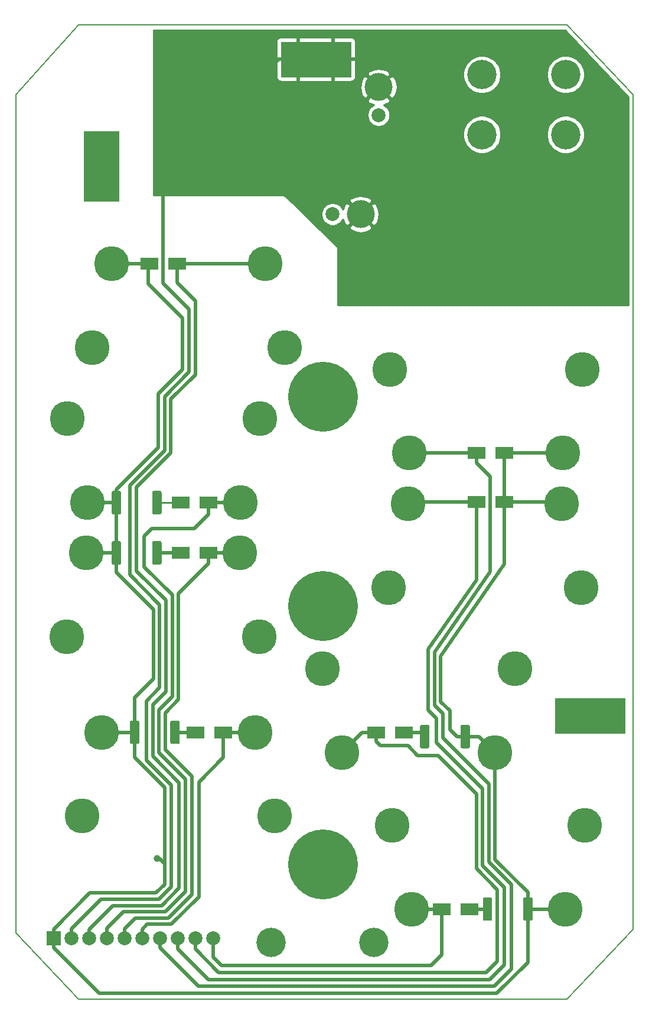
<source format=gbr>
G04 #@! TF.GenerationSoftware,KiCad,Pcbnew,(5.1.0)-1*
G04 #@! TF.CreationDate,2019-05-23T14:19:01+02:00*
G04 #@! TF.ProjectId,relay_card,72656c61-795f-4636-9172-642e6b696361,rev?*
G04 #@! TF.SameCoordinates,Original*
G04 #@! TF.FileFunction,Copper,L2,Bot*
G04 #@! TF.FilePolarity,Positive*
%FSLAX46Y46*%
G04 Gerber Fmt 4.6, Leading zero omitted, Abs format (unit mm)*
G04 Created by KiCad (PCBNEW (5.1.0)-1) date 2019-05-23 14:19:01*
%MOMM*%
%LPD*%
G04 APERTURE LIST*
%ADD10C,0.150000*%
%ADD11C,0.100000*%
%ADD12C,5.000000*%
%ADD13C,4.200000*%
%ADD14C,2.000000*%
%ADD15R,2.000000X2.000000*%
%ADD16C,1.350000*%
%ADD17C,4.000000*%
%ADD18C,10.000000*%
%ADD19R,2.500000X1.800000*%
%ADD20C,1.000000*%
%ADD21C,0.500000*%
%ADD22C,0.250000*%
%ADD23C,0.254000*%
G04 APERTURE END LIST*
D10*
X160000000Y-29900000D02*
X169500000Y-39900000D01*
X90000000Y-169400000D02*
X81000000Y-159900000D01*
X160000000Y-169400000D02*
X169500000Y-159400000D01*
X90000000Y-29900000D02*
X81000000Y-39900000D01*
X160000000Y-29900000D02*
X90000000Y-29900000D01*
X169500000Y-159400000D02*
X169500000Y-39900000D01*
X90000000Y-169400000D02*
X160000000Y-169400000D01*
X81000000Y-39900000D02*
X81000000Y-159900000D01*
D11*
G36*
X129000000Y-32300000D02*
G01*
X119000000Y-32300000D01*
X119000000Y-37300000D01*
X129000000Y-37300000D01*
X129000000Y-32300000D01*
G37*
X129000000Y-32300000D02*
X119000000Y-32300000D01*
X119000000Y-37300000D01*
X129000000Y-37300000D01*
X129000000Y-32300000D01*
G36*
X90700000Y-45100000D02*
G01*
X90700000Y-55100000D01*
X95700000Y-55100000D01*
X95700000Y-45100000D01*
X90700000Y-45100000D01*
G37*
X90700000Y-45100000D02*
X90700000Y-55100000D01*
X95700000Y-55100000D01*
X95700000Y-45100000D01*
X90700000Y-45100000D01*
G36*
X168300000Y-126300000D02*
G01*
X158300000Y-126300000D01*
X158300000Y-131300000D01*
X168300000Y-131300000D01*
X168300000Y-126300000D01*
G37*
X168300000Y-126300000D02*
X158300000Y-126300000D01*
X158300000Y-131300000D01*
X168300000Y-131300000D01*
X168300000Y-126300000D01*
D12*
X134900000Y-144500000D03*
X162500000Y-144500000D03*
X159700000Y-156500000D03*
X137700000Y-156500000D03*
X118100000Y-143200000D03*
X90500000Y-143200000D03*
X93300000Y-131200000D03*
X115300000Y-131200000D03*
X119500000Y-76100000D03*
X91900000Y-76100000D03*
X94700000Y-64100000D03*
X116700000Y-64100000D03*
X124900000Y-122100000D03*
X152500000Y-122100000D03*
X149700000Y-134100000D03*
X127700000Y-134100000D03*
X115900000Y-117500000D03*
X88300000Y-117500000D03*
X91100000Y-105500000D03*
X113100000Y-105500000D03*
X88400000Y-86300000D03*
X116000000Y-86300000D03*
X113200000Y-98300000D03*
X91200000Y-98300000D03*
X162000000Y-110500000D03*
X134400000Y-110500000D03*
X137200000Y-98500000D03*
X159200000Y-98500000D03*
X134600000Y-79200000D03*
X162200000Y-79200000D03*
X159400000Y-91200000D03*
X137400000Y-91200000D03*
D13*
X132300000Y-161300000D03*
X117600000Y-161300000D03*
X147800000Y-37000000D03*
X159800000Y-45600000D03*
X147800000Y-45600000D03*
X159800000Y-37000000D03*
D14*
X109260000Y-160700000D03*
X106720000Y-160700000D03*
X104180000Y-160700000D03*
X101640000Y-160700000D03*
X99100000Y-160700000D03*
X96560000Y-160700000D03*
X94020000Y-160700000D03*
X91480000Y-160700000D03*
X88940000Y-160700000D03*
D15*
X86400000Y-160700000D03*
D11*
G36*
X101649505Y-96626204D02*
G01*
X101673773Y-96629804D01*
X101697572Y-96635765D01*
X101720671Y-96644030D01*
X101742850Y-96654520D01*
X101763893Y-96667132D01*
X101783599Y-96681747D01*
X101801777Y-96698223D01*
X101818253Y-96716401D01*
X101832868Y-96736107D01*
X101845480Y-96757150D01*
X101855970Y-96779329D01*
X101864235Y-96802428D01*
X101870196Y-96826227D01*
X101873796Y-96850495D01*
X101875000Y-96874999D01*
X101875000Y-99725001D01*
X101873796Y-99749505D01*
X101870196Y-99773773D01*
X101864235Y-99797572D01*
X101855970Y-99820671D01*
X101845480Y-99842850D01*
X101832868Y-99863893D01*
X101818253Y-99883599D01*
X101801777Y-99901777D01*
X101783599Y-99918253D01*
X101763893Y-99932868D01*
X101742850Y-99945480D01*
X101720671Y-99955970D01*
X101697572Y-99964235D01*
X101673773Y-99970196D01*
X101649505Y-99973796D01*
X101625001Y-99975000D01*
X100774999Y-99975000D01*
X100750495Y-99973796D01*
X100726227Y-99970196D01*
X100702428Y-99964235D01*
X100679329Y-99955970D01*
X100657150Y-99945480D01*
X100636107Y-99932868D01*
X100616401Y-99918253D01*
X100598223Y-99901777D01*
X100581747Y-99883599D01*
X100567132Y-99863893D01*
X100554520Y-99842850D01*
X100544030Y-99820671D01*
X100535765Y-99797572D01*
X100529804Y-99773773D01*
X100526204Y-99749505D01*
X100525000Y-99725001D01*
X100525000Y-96874999D01*
X100526204Y-96850495D01*
X100529804Y-96826227D01*
X100535765Y-96802428D01*
X100544030Y-96779329D01*
X100554520Y-96757150D01*
X100567132Y-96736107D01*
X100581747Y-96716401D01*
X100598223Y-96698223D01*
X100616401Y-96681747D01*
X100636107Y-96667132D01*
X100657150Y-96654520D01*
X100679329Y-96644030D01*
X100702428Y-96635765D01*
X100726227Y-96629804D01*
X100750495Y-96626204D01*
X100774999Y-96625000D01*
X101625001Y-96625000D01*
X101649505Y-96626204D01*
X101649505Y-96626204D01*
G37*
D16*
X101200000Y-98300000D03*
D11*
G36*
X95849505Y-96626204D02*
G01*
X95873773Y-96629804D01*
X95897572Y-96635765D01*
X95920671Y-96644030D01*
X95942850Y-96654520D01*
X95963893Y-96667132D01*
X95983599Y-96681747D01*
X96001777Y-96698223D01*
X96018253Y-96716401D01*
X96032868Y-96736107D01*
X96045480Y-96757150D01*
X96055970Y-96779329D01*
X96064235Y-96802428D01*
X96070196Y-96826227D01*
X96073796Y-96850495D01*
X96075000Y-96874999D01*
X96075000Y-99725001D01*
X96073796Y-99749505D01*
X96070196Y-99773773D01*
X96064235Y-99797572D01*
X96055970Y-99820671D01*
X96045480Y-99842850D01*
X96032868Y-99863893D01*
X96018253Y-99883599D01*
X96001777Y-99901777D01*
X95983599Y-99918253D01*
X95963893Y-99932868D01*
X95942850Y-99945480D01*
X95920671Y-99955970D01*
X95897572Y-99964235D01*
X95873773Y-99970196D01*
X95849505Y-99973796D01*
X95825001Y-99975000D01*
X94974999Y-99975000D01*
X94950495Y-99973796D01*
X94926227Y-99970196D01*
X94902428Y-99964235D01*
X94879329Y-99955970D01*
X94857150Y-99945480D01*
X94836107Y-99932868D01*
X94816401Y-99918253D01*
X94798223Y-99901777D01*
X94781747Y-99883599D01*
X94767132Y-99863893D01*
X94754520Y-99842850D01*
X94744030Y-99820671D01*
X94735765Y-99797572D01*
X94729804Y-99773773D01*
X94726204Y-99749505D01*
X94725000Y-99725001D01*
X94725000Y-96874999D01*
X94726204Y-96850495D01*
X94729804Y-96826227D01*
X94735765Y-96802428D01*
X94744030Y-96779329D01*
X94754520Y-96757150D01*
X94767132Y-96736107D01*
X94781747Y-96716401D01*
X94798223Y-96698223D01*
X94816401Y-96681747D01*
X94836107Y-96667132D01*
X94857150Y-96654520D01*
X94879329Y-96644030D01*
X94902428Y-96635765D01*
X94926227Y-96629804D01*
X94950495Y-96626204D01*
X94974999Y-96625000D01*
X95825001Y-96625000D01*
X95849505Y-96626204D01*
X95849505Y-96626204D01*
G37*
D16*
X95400000Y-98300000D03*
D17*
X121500000Y-34800000D03*
X126500000Y-34800000D03*
X93200000Y-52600000D03*
X93200000Y-47600000D03*
X160800000Y-128800000D03*
X165800000Y-128800000D03*
D18*
X125000000Y-150100000D03*
X125000000Y-113100000D03*
X125000000Y-83100000D03*
D11*
G36*
X104249505Y-129526204D02*
G01*
X104273773Y-129529804D01*
X104297572Y-129535765D01*
X104320671Y-129544030D01*
X104342850Y-129554520D01*
X104363893Y-129567132D01*
X104383599Y-129581747D01*
X104401777Y-129598223D01*
X104418253Y-129616401D01*
X104432868Y-129636107D01*
X104445480Y-129657150D01*
X104455970Y-129679329D01*
X104464235Y-129702428D01*
X104470196Y-129726227D01*
X104473796Y-129750495D01*
X104475000Y-129774999D01*
X104475000Y-132625001D01*
X104473796Y-132649505D01*
X104470196Y-132673773D01*
X104464235Y-132697572D01*
X104455970Y-132720671D01*
X104445480Y-132742850D01*
X104432868Y-132763893D01*
X104418253Y-132783599D01*
X104401777Y-132801777D01*
X104383599Y-132818253D01*
X104363893Y-132832868D01*
X104342850Y-132845480D01*
X104320671Y-132855970D01*
X104297572Y-132864235D01*
X104273773Y-132870196D01*
X104249505Y-132873796D01*
X104225001Y-132875000D01*
X103374999Y-132875000D01*
X103350495Y-132873796D01*
X103326227Y-132870196D01*
X103302428Y-132864235D01*
X103279329Y-132855970D01*
X103257150Y-132845480D01*
X103236107Y-132832868D01*
X103216401Y-132818253D01*
X103198223Y-132801777D01*
X103181747Y-132783599D01*
X103167132Y-132763893D01*
X103154520Y-132742850D01*
X103144030Y-132720671D01*
X103135765Y-132697572D01*
X103129804Y-132673773D01*
X103126204Y-132649505D01*
X103125000Y-132625001D01*
X103125000Y-129774999D01*
X103126204Y-129750495D01*
X103129804Y-129726227D01*
X103135765Y-129702428D01*
X103144030Y-129679329D01*
X103154520Y-129657150D01*
X103167132Y-129636107D01*
X103181747Y-129616401D01*
X103198223Y-129598223D01*
X103216401Y-129581747D01*
X103236107Y-129567132D01*
X103257150Y-129554520D01*
X103279329Y-129544030D01*
X103302428Y-129535765D01*
X103326227Y-129529804D01*
X103350495Y-129526204D01*
X103374999Y-129525000D01*
X104225001Y-129525000D01*
X104249505Y-129526204D01*
X104249505Y-129526204D01*
G37*
D16*
X103800000Y-131200000D03*
D11*
G36*
X98449505Y-129526204D02*
G01*
X98473773Y-129529804D01*
X98497572Y-129535765D01*
X98520671Y-129544030D01*
X98542850Y-129554520D01*
X98563893Y-129567132D01*
X98583599Y-129581747D01*
X98601777Y-129598223D01*
X98618253Y-129616401D01*
X98632868Y-129636107D01*
X98645480Y-129657150D01*
X98655970Y-129679329D01*
X98664235Y-129702428D01*
X98670196Y-129726227D01*
X98673796Y-129750495D01*
X98675000Y-129774999D01*
X98675000Y-132625001D01*
X98673796Y-132649505D01*
X98670196Y-132673773D01*
X98664235Y-132697572D01*
X98655970Y-132720671D01*
X98645480Y-132742850D01*
X98632868Y-132763893D01*
X98618253Y-132783599D01*
X98601777Y-132801777D01*
X98583599Y-132818253D01*
X98563893Y-132832868D01*
X98542850Y-132845480D01*
X98520671Y-132855970D01*
X98497572Y-132864235D01*
X98473773Y-132870196D01*
X98449505Y-132873796D01*
X98425001Y-132875000D01*
X97574999Y-132875000D01*
X97550495Y-132873796D01*
X97526227Y-132870196D01*
X97502428Y-132864235D01*
X97479329Y-132855970D01*
X97457150Y-132845480D01*
X97436107Y-132832868D01*
X97416401Y-132818253D01*
X97398223Y-132801777D01*
X97381747Y-132783599D01*
X97367132Y-132763893D01*
X97354520Y-132742850D01*
X97344030Y-132720671D01*
X97335765Y-132697572D01*
X97329804Y-132673773D01*
X97326204Y-132649505D01*
X97325000Y-132625001D01*
X97325000Y-129774999D01*
X97326204Y-129750495D01*
X97329804Y-129726227D01*
X97335765Y-129702428D01*
X97344030Y-129679329D01*
X97354520Y-129657150D01*
X97367132Y-129636107D01*
X97381747Y-129616401D01*
X97398223Y-129598223D01*
X97416401Y-129581747D01*
X97436107Y-129567132D01*
X97457150Y-129554520D01*
X97479329Y-129544030D01*
X97502428Y-129535765D01*
X97526227Y-129529804D01*
X97550495Y-129526204D01*
X97574999Y-129525000D01*
X98425001Y-129525000D01*
X98449505Y-129526204D01*
X98449505Y-129526204D01*
G37*
D16*
X98000000Y-131200000D03*
D11*
G36*
X101649505Y-103826204D02*
G01*
X101673773Y-103829804D01*
X101697572Y-103835765D01*
X101720671Y-103844030D01*
X101742850Y-103854520D01*
X101763893Y-103867132D01*
X101783599Y-103881747D01*
X101801777Y-103898223D01*
X101818253Y-103916401D01*
X101832868Y-103936107D01*
X101845480Y-103957150D01*
X101855970Y-103979329D01*
X101864235Y-104002428D01*
X101870196Y-104026227D01*
X101873796Y-104050495D01*
X101875000Y-104074999D01*
X101875000Y-106925001D01*
X101873796Y-106949505D01*
X101870196Y-106973773D01*
X101864235Y-106997572D01*
X101855970Y-107020671D01*
X101845480Y-107042850D01*
X101832868Y-107063893D01*
X101818253Y-107083599D01*
X101801777Y-107101777D01*
X101783599Y-107118253D01*
X101763893Y-107132868D01*
X101742850Y-107145480D01*
X101720671Y-107155970D01*
X101697572Y-107164235D01*
X101673773Y-107170196D01*
X101649505Y-107173796D01*
X101625001Y-107175000D01*
X100774999Y-107175000D01*
X100750495Y-107173796D01*
X100726227Y-107170196D01*
X100702428Y-107164235D01*
X100679329Y-107155970D01*
X100657150Y-107145480D01*
X100636107Y-107132868D01*
X100616401Y-107118253D01*
X100598223Y-107101777D01*
X100581747Y-107083599D01*
X100567132Y-107063893D01*
X100554520Y-107042850D01*
X100544030Y-107020671D01*
X100535765Y-106997572D01*
X100529804Y-106973773D01*
X100526204Y-106949505D01*
X100525000Y-106925001D01*
X100525000Y-104074999D01*
X100526204Y-104050495D01*
X100529804Y-104026227D01*
X100535765Y-104002428D01*
X100544030Y-103979329D01*
X100554520Y-103957150D01*
X100567132Y-103936107D01*
X100581747Y-103916401D01*
X100598223Y-103898223D01*
X100616401Y-103881747D01*
X100636107Y-103867132D01*
X100657150Y-103854520D01*
X100679329Y-103844030D01*
X100702428Y-103835765D01*
X100726227Y-103829804D01*
X100750495Y-103826204D01*
X100774999Y-103825000D01*
X101625001Y-103825000D01*
X101649505Y-103826204D01*
X101649505Y-103826204D01*
G37*
D16*
X101200000Y-105500000D03*
D11*
G36*
X95849505Y-103826204D02*
G01*
X95873773Y-103829804D01*
X95897572Y-103835765D01*
X95920671Y-103844030D01*
X95942850Y-103854520D01*
X95963893Y-103867132D01*
X95983599Y-103881747D01*
X96001777Y-103898223D01*
X96018253Y-103916401D01*
X96032868Y-103936107D01*
X96045480Y-103957150D01*
X96055970Y-103979329D01*
X96064235Y-104002428D01*
X96070196Y-104026227D01*
X96073796Y-104050495D01*
X96075000Y-104074999D01*
X96075000Y-106925001D01*
X96073796Y-106949505D01*
X96070196Y-106973773D01*
X96064235Y-106997572D01*
X96055970Y-107020671D01*
X96045480Y-107042850D01*
X96032868Y-107063893D01*
X96018253Y-107083599D01*
X96001777Y-107101777D01*
X95983599Y-107118253D01*
X95963893Y-107132868D01*
X95942850Y-107145480D01*
X95920671Y-107155970D01*
X95897572Y-107164235D01*
X95873773Y-107170196D01*
X95849505Y-107173796D01*
X95825001Y-107175000D01*
X94974999Y-107175000D01*
X94950495Y-107173796D01*
X94926227Y-107170196D01*
X94902428Y-107164235D01*
X94879329Y-107155970D01*
X94857150Y-107145480D01*
X94836107Y-107132868D01*
X94816401Y-107118253D01*
X94798223Y-107101777D01*
X94781747Y-107083599D01*
X94767132Y-107063893D01*
X94754520Y-107042850D01*
X94744030Y-107020671D01*
X94735765Y-106997572D01*
X94729804Y-106973773D01*
X94726204Y-106949505D01*
X94725000Y-106925001D01*
X94725000Y-104074999D01*
X94726204Y-104050495D01*
X94729804Y-104026227D01*
X94735765Y-104002428D01*
X94744030Y-103979329D01*
X94754520Y-103957150D01*
X94767132Y-103936107D01*
X94781747Y-103916401D01*
X94798223Y-103898223D01*
X94816401Y-103881747D01*
X94836107Y-103867132D01*
X94857150Y-103854520D01*
X94879329Y-103844030D01*
X94902428Y-103835765D01*
X94926227Y-103829804D01*
X94950495Y-103826204D01*
X94974999Y-103825000D01*
X95825001Y-103825000D01*
X95849505Y-103826204D01*
X95849505Y-103826204D01*
G37*
D16*
X95400000Y-105500000D03*
D11*
G36*
X149049505Y-154826204D02*
G01*
X149073773Y-154829804D01*
X149097572Y-154835765D01*
X149120671Y-154844030D01*
X149142850Y-154854520D01*
X149163893Y-154867132D01*
X149183599Y-154881747D01*
X149201777Y-154898223D01*
X149218253Y-154916401D01*
X149232868Y-154936107D01*
X149245480Y-154957150D01*
X149255970Y-154979329D01*
X149264235Y-155002428D01*
X149270196Y-155026227D01*
X149273796Y-155050495D01*
X149275000Y-155074999D01*
X149275000Y-157925001D01*
X149273796Y-157949505D01*
X149270196Y-157973773D01*
X149264235Y-157997572D01*
X149255970Y-158020671D01*
X149245480Y-158042850D01*
X149232868Y-158063893D01*
X149218253Y-158083599D01*
X149201777Y-158101777D01*
X149183599Y-158118253D01*
X149163893Y-158132868D01*
X149142850Y-158145480D01*
X149120671Y-158155970D01*
X149097572Y-158164235D01*
X149073773Y-158170196D01*
X149049505Y-158173796D01*
X149025001Y-158175000D01*
X148174999Y-158175000D01*
X148150495Y-158173796D01*
X148126227Y-158170196D01*
X148102428Y-158164235D01*
X148079329Y-158155970D01*
X148057150Y-158145480D01*
X148036107Y-158132868D01*
X148016401Y-158118253D01*
X147998223Y-158101777D01*
X147981747Y-158083599D01*
X147967132Y-158063893D01*
X147954520Y-158042850D01*
X147944030Y-158020671D01*
X147935765Y-157997572D01*
X147929804Y-157973773D01*
X147926204Y-157949505D01*
X147925000Y-157925001D01*
X147925000Y-155074999D01*
X147926204Y-155050495D01*
X147929804Y-155026227D01*
X147935765Y-155002428D01*
X147944030Y-154979329D01*
X147954520Y-154957150D01*
X147967132Y-154936107D01*
X147981747Y-154916401D01*
X147998223Y-154898223D01*
X148016401Y-154881747D01*
X148036107Y-154867132D01*
X148057150Y-154854520D01*
X148079329Y-154844030D01*
X148102428Y-154835765D01*
X148126227Y-154829804D01*
X148150495Y-154826204D01*
X148174999Y-154825000D01*
X149025001Y-154825000D01*
X149049505Y-154826204D01*
X149049505Y-154826204D01*
G37*
D16*
X148600000Y-156500000D03*
D11*
G36*
X154849505Y-154826204D02*
G01*
X154873773Y-154829804D01*
X154897572Y-154835765D01*
X154920671Y-154844030D01*
X154942850Y-154854520D01*
X154963893Y-154867132D01*
X154983599Y-154881747D01*
X155001777Y-154898223D01*
X155018253Y-154916401D01*
X155032868Y-154936107D01*
X155045480Y-154957150D01*
X155055970Y-154979329D01*
X155064235Y-155002428D01*
X155070196Y-155026227D01*
X155073796Y-155050495D01*
X155075000Y-155074999D01*
X155075000Y-157925001D01*
X155073796Y-157949505D01*
X155070196Y-157973773D01*
X155064235Y-157997572D01*
X155055970Y-158020671D01*
X155045480Y-158042850D01*
X155032868Y-158063893D01*
X155018253Y-158083599D01*
X155001777Y-158101777D01*
X154983599Y-158118253D01*
X154963893Y-158132868D01*
X154942850Y-158145480D01*
X154920671Y-158155970D01*
X154897572Y-158164235D01*
X154873773Y-158170196D01*
X154849505Y-158173796D01*
X154825001Y-158175000D01*
X153974999Y-158175000D01*
X153950495Y-158173796D01*
X153926227Y-158170196D01*
X153902428Y-158164235D01*
X153879329Y-158155970D01*
X153857150Y-158145480D01*
X153836107Y-158132868D01*
X153816401Y-158118253D01*
X153798223Y-158101777D01*
X153781747Y-158083599D01*
X153767132Y-158063893D01*
X153754520Y-158042850D01*
X153744030Y-158020671D01*
X153735765Y-157997572D01*
X153729804Y-157973773D01*
X153726204Y-157949505D01*
X153725000Y-157925001D01*
X153725000Y-155074999D01*
X153726204Y-155050495D01*
X153729804Y-155026227D01*
X153735765Y-155002428D01*
X153744030Y-154979329D01*
X153754520Y-154957150D01*
X153767132Y-154936107D01*
X153781747Y-154916401D01*
X153798223Y-154898223D01*
X153816401Y-154881747D01*
X153836107Y-154867132D01*
X153857150Y-154854520D01*
X153879329Y-154844030D01*
X153902428Y-154835765D01*
X153926227Y-154829804D01*
X153950495Y-154826204D01*
X153974999Y-154825000D01*
X154825001Y-154825000D01*
X154849505Y-154826204D01*
X154849505Y-154826204D01*
G37*
D16*
X154400000Y-156500000D03*
D11*
G36*
X140049505Y-130126204D02*
G01*
X140073773Y-130129804D01*
X140097572Y-130135765D01*
X140120671Y-130144030D01*
X140142850Y-130154520D01*
X140163893Y-130167132D01*
X140183599Y-130181747D01*
X140201777Y-130198223D01*
X140218253Y-130216401D01*
X140232868Y-130236107D01*
X140245480Y-130257150D01*
X140255970Y-130279329D01*
X140264235Y-130302428D01*
X140270196Y-130326227D01*
X140273796Y-130350495D01*
X140275000Y-130374999D01*
X140275000Y-133225001D01*
X140273796Y-133249505D01*
X140270196Y-133273773D01*
X140264235Y-133297572D01*
X140255970Y-133320671D01*
X140245480Y-133342850D01*
X140232868Y-133363893D01*
X140218253Y-133383599D01*
X140201777Y-133401777D01*
X140183599Y-133418253D01*
X140163893Y-133432868D01*
X140142850Y-133445480D01*
X140120671Y-133455970D01*
X140097572Y-133464235D01*
X140073773Y-133470196D01*
X140049505Y-133473796D01*
X140025001Y-133475000D01*
X139174999Y-133475000D01*
X139150495Y-133473796D01*
X139126227Y-133470196D01*
X139102428Y-133464235D01*
X139079329Y-133455970D01*
X139057150Y-133445480D01*
X139036107Y-133432868D01*
X139016401Y-133418253D01*
X138998223Y-133401777D01*
X138981747Y-133383599D01*
X138967132Y-133363893D01*
X138954520Y-133342850D01*
X138944030Y-133320671D01*
X138935765Y-133297572D01*
X138929804Y-133273773D01*
X138926204Y-133249505D01*
X138925000Y-133225001D01*
X138925000Y-130374999D01*
X138926204Y-130350495D01*
X138929804Y-130326227D01*
X138935765Y-130302428D01*
X138944030Y-130279329D01*
X138954520Y-130257150D01*
X138967132Y-130236107D01*
X138981747Y-130216401D01*
X138998223Y-130198223D01*
X139016401Y-130181747D01*
X139036107Y-130167132D01*
X139057150Y-130154520D01*
X139079329Y-130144030D01*
X139102428Y-130135765D01*
X139126227Y-130129804D01*
X139150495Y-130126204D01*
X139174999Y-130125000D01*
X140025001Y-130125000D01*
X140049505Y-130126204D01*
X140049505Y-130126204D01*
G37*
D16*
X139600000Y-131800000D03*
D11*
G36*
X145849505Y-130126204D02*
G01*
X145873773Y-130129804D01*
X145897572Y-130135765D01*
X145920671Y-130144030D01*
X145942850Y-130154520D01*
X145963893Y-130167132D01*
X145983599Y-130181747D01*
X146001777Y-130198223D01*
X146018253Y-130216401D01*
X146032868Y-130236107D01*
X146045480Y-130257150D01*
X146055970Y-130279329D01*
X146064235Y-130302428D01*
X146070196Y-130326227D01*
X146073796Y-130350495D01*
X146075000Y-130374999D01*
X146075000Y-133225001D01*
X146073796Y-133249505D01*
X146070196Y-133273773D01*
X146064235Y-133297572D01*
X146055970Y-133320671D01*
X146045480Y-133342850D01*
X146032868Y-133363893D01*
X146018253Y-133383599D01*
X146001777Y-133401777D01*
X145983599Y-133418253D01*
X145963893Y-133432868D01*
X145942850Y-133445480D01*
X145920671Y-133455970D01*
X145897572Y-133464235D01*
X145873773Y-133470196D01*
X145849505Y-133473796D01*
X145825001Y-133475000D01*
X144974999Y-133475000D01*
X144950495Y-133473796D01*
X144926227Y-133470196D01*
X144902428Y-133464235D01*
X144879329Y-133455970D01*
X144857150Y-133445480D01*
X144836107Y-133432868D01*
X144816401Y-133418253D01*
X144798223Y-133401777D01*
X144781747Y-133383599D01*
X144767132Y-133363893D01*
X144754520Y-133342850D01*
X144744030Y-133320671D01*
X144735765Y-133297572D01*
X144729804Y-133273773D01*
X144726204Y-133249505D01*
X144725000Y-133225001D01*
X144725000Y-130374999D01*
X144726204Y-130350495D01*
X144729804Y-130326227D01*
X144735765Y-130302428D01*
X144744030Y-130279329D01*
X144754520Y-130257150D01*
X144767132Y-130236107D01*
X144781747Y-130216401D01*
X144798223Y-130198223D01*
X144816401Y-130181747D01*
X144836107Y-130167132D01*
X144857150Y-130154520D01*
X144879329Y-130144030D01*
X144902428Y-130135765D01*
X144926227Y-130129804D01*
X144950495Y-130126204D01*
X144974999Y-130125000D01*
X145825001Y-130125000D01*
X145849505Y-130126204D01*
X145849505Y-130126204D01*
G37*
D16*
X145400000Y-131800000D03*
D17*
X130400000Y-57000000D03*
D14*
X126400000Y-57000000D03*
D17*
X133000000Y-38800000D03*
D14*
X133000000Y-42800000D03*
D19*
X106700000Y-131200000D03*
X110700000Y-131200000D03*
X104600000Y-105500000D03*
X108600000Y-105500000D03*
X104600000Y-98300000D03*
X108600000Y-98300000D03*
X146000000Y-156500000D03*
X142000000Y-156500000D03*
X151000000Y-98200000D03*
X147000000Y-98200000D03*
X151000000Y-91200000D03*
X147000000Y-91200000D03*
X100100000Y-64100000D03*
X104100000Y-64100000D03*
X136600000Y-131200000D03*
X132600000Y-131200000D03*
D20*
X101200000Y-149300000D03*
D21*
X126500000Y-31300000D02*
X126500000Y-34800000D01*
X121500000Y-34800000D02*
X121500000Y-31300000D01*
X121500000Y-31300000D02*
X126500000Y-31300000D01*
X121500000Y-34800000D02*
X121500000Y-38300000D01*
X121500000Y-38300000D02*
X126400000Y-38300000D01*
X126500000Y-38200000D02*
X126500000Y-34800000D01*
X126400000Y-38300000D02*
X126500000Y-38200000D01*
X121500000Y-34800000D02*
X118671573Y-34800000D01*
X126500000Y-34800000D02*
X130000000Y-34800000D01*
X89000000Y-160640000D02*
X88940000Y-160700000D01*
X88940000Y-159360000D02*
X88940000Y-160700000D01*
X93200000Y-155100000D02*
X88940000Y-159360000D01*
X101500000Y-155100000D02*
X93200000Y-155100000D01*
X103300000Y-153300000D02*
X101500000Y-155100000D01*
X118671573Y-34800000D02*
X102100000Y-51371573D01*
X99699967Y-135199967D02*
X103300000Y-138800000D01*
X105800000Y-79600000D02*
X102300000Y-83100000D01*
X97300000Y-95800000D02*
X97300000Y-108600000D01*
X105800000Y-70600000D02*
X105800000Y-79600000D01*
X101600000Y-112900000D02*
X101600000Y-124800000D01*
X102100000Y-66900000D02*
X105800000Y-70600000D01*
X102300000Y-83100000D02*
X102300000Y-90800000D01*
X102300000Y-90800000D02*
X97300000Y-95800000D01*
X97300000Y-108600000D02*
X101600000Y-112900000D01*
X101600000Y-124800000D02*
X99700000Y-126700000D01*
X99700000Y-126700000D02*
X99700000Y-127200000D01*
X99699967Y-127200033D02*
X99699967Y-135199967D01*
X102100000Y-51371573D02*
X102100000Y-66900000D01*
X99700000Y-127200000D02*
X99699967Y-127200033D01*
X103300000Y-138800000D02*
X103300000Y-153300000D01*
X118671573Y-34800000D02*
X117700000Y-34800000D01*
X93200000Y-50428427D02*
X93200000Y-52600000D01*
X93200000Y-47600000D02*
X93200000Y-50428427D01*
X150600000Y-91200000D02*
X159400000Y-91200000D01*
X158900000Y-98200000D02*
X159200000Y-98500000D01*
X151000000Y-98200000D02*
X158900000Y-98200000D01*
X91100000Y-105500000D02*
X95400000Y-105500000D01*
X98000000Y-131200000D02*
X93300000Y-131200000D01*
X151000000Y-91200000D02*
X151000000Y-98200000D01*
X154400000Y-156500000D02*
X159700000Y-156500000D01*
X154400000Y-154725000D02*
X154400000Y-156500000D01*
X86400000Y-162050000D02*
X86400000Y-160700000D01*
X92924990Y-168574990D02*
X86400000Y-162050000D01*
X149953468Y-168574990D02*
X92924990Y-168574990D01*
X154400000Y-164128458D02*
X149953468Y-168574990D01*
X154400000Y-156500000D02*
X154400000Y-164128458D01*
X95400000Y-98300000D02*
X91200000Y-98300000D01*
X95400000Y-98300000D02*
X95400000Y-105500000D01*
X98000000Y-126200000D02*
X98000000Y-131200000D01*
X100700000Y-123500000D02*
X98000000Y-126200000D01*
X100700000Y-113600000D02*
X100700000Y-123500000D01*
X95400000Y-105500000D02*
X95400000Y-108300000D01*
X95400000Y-108300000D02*
X100700000Y-113600000D01*
X86400000Y-159400000D02*
X86400000Y-160700000D01*
X98000000Y-131200000D02*
X98000000Y-134800000D01*
X98000000Y-134800000D02*
X102300000Y-139100000D01*
X102300000Y-153000000D02*
X101100000Y-154200000D01*
X101100000Y-154200000D02*
X91600000Y-154200000D01*
X91600000Y-154200000D02*
X86400000Y-159400000D01*
X101600000Y-149300000D02*
X102300000Y-150000000D01*
X101200000Y-149300000D02*
X101600000Y-149300000D01*
X102300000Y-139100000D02*
X102300000Y-150000000D01*
X102300000Y-150000000D02*
X102300000Y-153000000D01*
X154400000Y-154100000D02*
X154400000Y-156500000D01*
X149700000Y-134100000D02*
X149700000Y-149400000D01*
X149700000Y-149400000D02*
X154400000Y-154100000D01*
X144200000Y-131800000D02*
X145400000Y-131800000D01*
X151000000Y-98200000D02*
X151000000Y-107100000D01*
X151000000Y-107100000D02*
X141900000Y-120300000D01*
X141900000Y-120300000D02*
X141900000Y-126785772D01*
X141900000Y-126785772D02*
X143200000Y-128085772D01*
X143200000Y-128085772D02*
X143200000Y-130800000D01*
X143200000Y-130800000D02*
X144200000Y-131800000D01*
X95400000Y-96400000D02*
X95400000Y-98300000D01*
X101400000Y-90400000D02*
X95400000Y-96400000D01*
X94700000Y-64100000D02*
X100000000Y-64100000D01*
X100000000Y-64100000D02*
X100000000Y-67000000D01*
X100000000Y-67000000D02*
X104900000Y-71900000D01*
X104900000Y-71900000D02*
X104900000Y-79200000D01*
X104900000Y-79200000D02*
X101400000Y-82700000D01*
X101400000Y-82700000D02*
X101400000Y-90400000D01*
X147400000Y-131800000D02*
X149700000Y-134100000D01*
X145400000Y-131800000D02*
X147400000Y-131800000D01*
X137400000Y-91200000D02*
X140935533Y-91200000D01*
X140935533Y-91200000D02*
X141400000Y-91200000D01*
X141400000Y-91200000D02*
X146600000Y-91200000D01*
X101640000Y-161902081D02*
X101640000Y-160700000D01*
X101640000Y-162040000D02*
X101640000Y-161902081D01*
X107174979Y-167574979D02*
X101640000Y-162040000D01*
X149539250Y-167574979D02*
X107174979Y-167574979D01*
X152025031Y-165089198D02*
X149539250Y-167574979D01*
X152025031Y-153025031D02*
X152025031Y-165089198D01*
X148800000Y-149800000D02*
X152025031Y-153025031D01*
X148800000Y-138600000D02*
X148800000Y-149800000D01*
X142200000Y-132000000D02*
X148800000Y-138600000D01*
X142200000Y-128500000D02*
X142200000Y-132000000D01*
X147000000Y-92600000D02*
X149000000Y-94600000D01*
X147000000Y-91200000D02*
X147000000Y-92600000D01*
X149000000Y-94600000D02*
X149000000Y-108200000D01*
X149000000Y-108200000D02*
X141000000Y-119700000D01*
X141000000Y-119700000D02*
X141000000Y-127300000D01*
X141000000Y-127300000D02*
X142200000Y-128500000D01*
X137500000Y-98200000D02*
X137200000Y-98500000D01*
X147000000Y-98200000D02*
X140900000Y-98200000D01*
X140900000Y-98200000D02*
X137500000Y-98200000D01*
X104180000Y-161902081D02*
X104180000Y-160700000D01*
X104180000Y-162180000D02*
X104180000Y-161902081D01*
X108574968Y-166574968D02*
X104180000Y-162180000D01*
X148925032Y-166574968D02*
X108574968Y-166574968D01*
X151025021Y-164474979D02*
X148925032Y-166574968D01*
X151025021Y-153425021D02*
X151025021Y-164474979D01*
X147900000Y-150300000D02*
X151025021Y-153425021D01*
X147900000Y-139300000D02*
X147900000Y-150300000D01*
X147000000Y-109400000D02*
X140100000Y-119300000D01*
X147000000Y-98200000D02*
X147000000Y-109400000D01*
X140100000Y-119300000D02*
X140100000Y-128000000D01*
X140100000Y-128000000D02*
X141300000Y-129200000D01*
X141300000Y-129200000D02*
X141300000Y-132700000D01*
X141300000Y-132700000D02*
X147900000Y-139300000D01*
X142000000Y-156500000D02*
X137700000Y-156500000D01*
X142000000Y-163100000D02*
X142000000Y-156500000D01*
X140500000Y-164600000D02*
X142000000Y-163100000D01*
X110500000Y-164600000D02*
X140500000Y-164600000D01*
X109260000Y-160700000D02*
X109260000Y-163360000D01*
X109260000Y-163360000D02*
X110500000Y-164600000D01*
X113200000Y-98300000D02*
X108600000Y-98300000D01*
X94020000Y-159280000D02*
X94020000Y-160700000D01*
X96400000Y-156900000D02*
X94020000Y-159280000D01*
X102400000Y-156900000D02*
X96400000Y-156900000D01*
X105300000Y-154000000D02*
X102400000Y-156900000D01*
X105300000Y-137900010D02*
X105300000Y-154000000D01*
X101499989Y-134099999D02*
X105300000Y-137900010D01*
X101499989Y-128000011D02*
X101499989Y-134099999D01*
X103400000Y-126100000D02*
X101499989Y-128000011D01*
X103400000Y-111500000D02*
X103400000Y-126100000D01*
X108600000Y-100000000D02*
X106600000Y-102000000D01*
X108600000Y-98300000D02*
X108600000Y-100000000D01*
X106600000Y-102000000D02*
X100500000Y-102000000D01*
X100500000Y-102000000D02*
X99400000Y-103100000D01*
X99400000Y-103100000D02*
X99400000Y-107500000D01*
X99400000Y-107500000D02*
X103400000Y-111500000D01*
X113100000Y-105500000D02*
X108600000Y-105500000D01*
X108600000Y-105500000D02*
X110662002Y-105500000D01*
X98100000Y-157800000D02*
X96560000Y-159340000D01*
X102800000Y-157800000D02*
X98100000Y-157800000D01*
X106200000Y-154400000D02*
X102800000Y-157800000D01*
X106200000Y-137500000D02*
X106200000Y-154400000D01*
X108600000Y-107000000D02*
X104300000Y-111300000D01*
X108600000Y-105500000D02*
X108600000Y-107000000D01*
X104300000Y-111300000D02*
X104300000Y-126500000D01*
X104300000Y-126500000D02*
X102400000Y-128400000D01*
X96560000Y-159340000D02*
X96560000Y-160700000D01*
X102400000Y-128400000D02*
X102400000Y-133700000D01*
X102400000Y-133700000D02*
X106200000Y-137500000D01*
X110700000Y-131200000D02*
X115300000Y-131200000D01*
X99100000Y-159400000D02*
X99100000Y-160700000D01*
X110700000Y-131200000D02*
X110700000Y-134800000D01*
X110700000Y-134800000D02*
X107200000Y-138300000D01*
X107200000Y-138300000D02*
X107200000Y-154800000D01*
X107200000Y-154800000D02*
X103300000Y-158700000D01*
X103300000Y-158700000D02*
X99800000Y-158700000D01*
X99800000Y-158700000D02*
X99100000Y-159400000D01*
X130600000Y-131200000D02*
X127700000Y-134100000D01*
X132600000Y-131200000D02*
X130600000Y-131200000D01*
X106720000Y-162220000D02*
X106720000Y-160700000D01*
X110074957Y-165574957D02*
X106720000Y-162220000D01*
X148425043Y-165574957D02*
X110074957Y-165574957D01*
X150025010Y-163974990D02*
X148425043Y-165574957D01*
X150025010Y-153725010D02*
X150025010Y-163974990D01*
X147000000Y-150700000D02*
X150025010Y-153725010D01*
X147000000Y-140000000D02*
X147000000Y-150700000D01*
X132600000Y-132500000D02*
X133200000Y-133100000D01*
X132600000Y-131200000D02*
X132600000Y-132500000D01*
X133200000Y-133100000D02*
X137200000Y-133100000D01*
X137200000Y-133100000D02*
X138600000Y-134500000D01*
X138600000Y-134500000D02*
X141500000Y-134500000D01*
X141500000Y-134500000D02*
X147000000Y-140000000D01*
X91600000Y-160580000D02*
X91480000Y-160700000D01*
X91480000Y-159420000D02*
X91480000Y-160700000D01*
X94900000Y-156000000D02*
X91480000Y-159420000D01*
X101900000Y-156000000D02*
X94900000Y-156000000D01*
X104399990Y-153500010D02*
X101900000Y-156000000D01*
X104399990Y-138400000D02*
X104399990Y-153500010D01*
X100599978Y-134599988D02*
X104399990Y-138400000D01*
X100599978Y-127272784D02*
X100599978Y-134599988D01*
X102500000Y-125372762D02*
X100599978Y-127272784D01*
X102500000Y-112300000D02*
X102500000Y-125372762D01*
X106700000Y-69400000D02*
X106700000Y-80000000D01*
X106700000Y-80000000D02*
X103200000Y-83500000D01*
X103200000Y-83500000D02*
X103200000Y-91200000D01*
X103200000Y-91200000D02*
X98300000Y-96100000D01*
X98300000Y-108100000D02*
X102500000Y-112300000D01*
X98300000Y-96100000D02*
X98300000Y-108100000D01*
X104100000Y-64100000D02*
X112600000Y-64100000D01*
X112000000Y-64100000D02*
X112600000Y-64100000D01*
X112600000Y-64100000D02*
X116700000Y-64100000D01*
X104100000Y-66800000D02*
X104100000Y-64100000D01*
X106700000Y-69400000D02*
X104100000Y-66800000D01*
X104600000Y-105500000D02*
X101200000Y-105500000D01*
X106700000Y-131200000D02*
X103800000Y-131200000D01*
X139000000Y-131200000D02*
X136600000Y-131200000D01*
X139600000Y-131800000D02*
X139000000Y-131200000D01*
X148600000Y-156500000D02*
X146000000Y-156500000D01*
D22*
X101200000Y-98300000D02*
X104600000Y-98300000D01*
D23*
G36*
X168798001Y-40180292D02*
G01*
X168798001Y-69973000D01*
X127127000Y-69973000D01*
X127127000Y-61700000D01*
X127124560Y-61675224D01*
X127117333Y-61651399D01*
X127105597Y-61629443D01*
X127087977Y-61608408D01*
X124213607Y-58847499D01*
X128732106Y-58847499D01*
X128948228Y-59214258D01*
X129408105Y-59454938D01*
X129906098Y-59601275D01*
X130423071Y-59647648D01*
X130939159Y-59592273D01*
X131434526Y-59437279D01*
X131851772Y-59214258D01*
X132067894Y-58847499D01*
X130400000Y-57179605D01*
X128732106Y-58847499D01*
X124213607Y-58847499D01*
X122123352Y-56839755D01*
X124773000Y-56839755D01*
X124773000Y-57160245D01*
X124835525Y-57474578D01*
X124958172Y-57770673D01*
X125136227Y-58037152D01*
X125362848Y-58263773D01*
X125629327Y-58441828D01*
X125925422Y-58564475D01*
X126239755Y-58627000D01*
X126560245Y-58627000D01*
X126874578Y-58564475D01*
X127170673Y-58441828D01*
X127437152Y-58263773D01*
X127663773Y-58037152D01*
X127841828Y-57770673D01*
X127863668Y-57717948D01*
X127962721Y-58034526D01*
X128185742Y-58451772D01*
X128552501Y-58667894D01*
X130220395Y-57000000D01*
X130579605Y-57000000D01*
X132247499Y-58667894D01*
X132614258Y-58451772D01*
X132854938Y-57991895D01*
X133001275Y-57493902D01*
X133047648Y-56976929D01*
X132992273Y-56460841D01*
X132837279Y-55965474D01*
X132614258Y-55548228D01*
X132247499Y-55332106D01*
X130579605Y-57000000D01*
X130220395Y-57000000D01*
X128552501Y-55332106D01*
X128185742Y-55548228D01*
X127945062Y-56008105D01*
X127864191Y-56283315D01*
X127841828Y-56229327D01*
X127663773Y-55962848D01*
X127437152Y-55736227D01*
X127170673Y-55558172D01*
X126874578Y-55435525D01*
X126560245Y-55373000D01*
X126239755Y-55373000D01*
X125925422Y-55435525D01*
X125629327Y-55558172D01*
X125362848Y-55736227D01*
X125136227Y-55962848D01*
X124958172Y-56229327D01*
X124835525Y-56525422D01*
X124773000Y-56839755D01*
X122123352Y-56839755D01*
X120366759Y-55152501D01*
X128732106Y-55152501D01*
X130400000Y-56820395D01*
X132067894Y-55152501D01*
X131851772Y-54785742D01*
X131391895Y-54545062D01*
X130893902Y-54398725D01*
X130376929Y-54352352D01*
X129860841Y-54407727D01*
X129365474Y-54562721D01*
X128948228Y-54785742D01*
X128732106Y-55152501D01*
X120366759Y-55152501D01*
X119487977Y-54308408D01*
X119468417Y-54293004D01*
X119446229Y-54281713D01*
X119422264Y-54274967D01*
X119400000Y-54273000D01*
X100727000Y-54273000D01*
X100727000Y-45331414D01*
X145073000Y-45331414D01*
X145073000Y-45868586D01*
X145177797Y-46395437D01*
X145383364Y-46891719D01*
X145681801Y-47338361D01*
X146061639Y-47718199D01*
X146508281Y-48016636D01*
X147004563Y-48222203D01*
X147531414Y-48327000D01*
X148068586Y-48327000D01*
X148595437Y-48222203D01*
X149091719Y-48016636D01*
X149538361Y-47718199D01*
X149918199Y-47338361D01*
X150216636Y-46891719D01*
X150422203Y-46395437D01*
X150527000Y-45868586D01*
X150527000Y-45331414D01*
X157073000Y-45331414D01*
X157073000Y-45868586D01*
X157177797Y-46395437D01*
X157383364Y-46891719D01*
X157681801Y-47338361D01*
X158061639Y-47718199D01*
X158508281Y-48016636D01*
X159004563Y-48222203D01*
X159531414Y-48327000D01*
X160068586Y-48327000D01*
X160595437Y-48222203D01*
X161091719Y-48016636D01*
X161538361Y-47718199D01*
X161918199Y-47338361D01*
X162216636Y-46891719D01*
X162422203Y-46395437D01*
X162527000Y-45868586D01*
X162527000Y-45331414D01*
X162422203Y-44804563D01*
X162216636Y-44308281D01*
X161918199Y-43861639D01*
X161538361Y-43481801D01*
X161091719Y-43183364D01*
X160595437Y-42977797D01*
X160068586Y-42873000D01*
X159531414Y-42873000D01*
X159004563Y-42977797D01*
X158508281Y-43183364D01*
X158061639Y-43481801D01*
X157681801Y-43861639D01*
X157383364Y-44308281D01*
X157177797Y-44804563D01*
X157073000Y-45331414D01*
X150527000Y-45331414D01*
X150422203Y-44804563D01*
X150216636Y-44308281D01*
X149918199Y-43861639D01*
X149538361Y-43481801D01*
X149091719Y-43183364D01*
X148595437Y-42977797D01*
X148068586Y-42873000D01*
X147531414Y-42873000D01*
X147004563Y-42977797D01*
X146508281Y-43183364D01*
X146061639Y-43481801D01*
X145681801Y-43861639D01*
X145383364Y-44308281D01*
X145177797Y-44804563D01*
X145073000Y-45331414D01*
X100727000Y-45331414D01*
X100727000Y-40647499D01*
X131332106Y-40647499D01*
X131548228Y-41014258D01*
X132008105Y-41254938D01*
X132283315Y-41335809D01*
X132229327Y-41358172D01*
X131962848Y-41536227D01*
X131736227Y-41762848D01*
X131558172Y-42029327D01*
X131435525Y-42325422D01*
X131373000Y-42639755D01*
X131373000Y-42960245D01*
X131435525Y-43274578D01*
X131558172Y-43570673D01*
X131736227Y-43837152D01*
X131962848Y-44063773D01*
X132229327Y-44241828D01*
X132525422Y-44364475D01*
X132839755Y-44427000D01*
X133160245Y-44427000D01*
X133474578Y-44364475D01*
X133770673Y-44241828D01*
X134037152Y-44063773D01*
X134263773Y-43837152D01*
X134441828Y-43570673D01*
X134564475Y-43274578D01*
X134627000Y-42960245D01*
X134627000Y-42639755D01*
X134564475Y-42325422D01*
X134441828Y-42029327D01*
X134263773Y-41762848D01*
X134037152Y-41536227D01*
X133770673Y-41358172D01*
X133717948Y-41336332D01*
X134034526Y-41237279D01*
X134451772Y-41014258D01*
X134667894Y-40647499D01*
X133000000Y-38979605D01*
X131332106Y-40647499D01*
X100727000Y-40647499D01*
X100727000Y-38823071D01*
X130352352Y-38823071D01*
X130407727Y-39339159D01*
X130562721Y-39834526D01*
X130785742Y-40251772D01*
X131152501Y-40467894D01*
X132820395Y-38800000D01*
X133179605Y-38800000D01*
X134847499Y-40467894D01*
X135214258Y-40251772D01*
X135454938Y-39791895D01*
X135601275Y-39293902D01*
X135647648Y-38776929D01*
X135592273Y-38260841D01*
X135437279Y-37765474D01*
X135214258Y-37348228D01*
X134847499Y-37132106D01*
X133179605Y-38800000D01*
X132820395Y-38800000D01*
X131152501Y-37132106D01*
X130785742Y-37348228D01*
X130545062Y-37808105D01*
X130398725Y-38306098D01*
X130352352Y-38823071D01*
X100727000Y-38823071D01*
X100727000Y-32300000D01*
X118323000Y-32300000D01*
X118323000Y-37300000D01*
X118329220Y-37363434D01*
X118334992Y-37426857D01*
X118335661Y-37429130D01*
X118335893Y-37431497D01*
X118354343Y-37492607D01*
X118372297Y-37553609D01*
X118373395Y-37555709D01*
X118374082Y-37557985D01*
X118404044Y-37614335D01*
X118433511Y-37670700D01*
X118434996Y-37672547D01*
X118436112Y-37674646D01*
X118476392Y-37724034D01*
X118516302Y-37773672D01*
X118518122Y-37775199D01*
X118519621Y-37777037D01*
X118568661Y-37817607D01*
X118617517Y-37858602D01*
X118619599Y-37859747D01*
X118621426Y-37861258D01*
X118677387Y-37891516D01*
X118733301Y-37922255D01*
X118735568Y-37922974D01*
X118737652Y-37924101D01*
X118798436Y-37942917D01*
X118859244Y-37962206D01*
X118861605Y-37962471D01*
X118863870Y-37963172D01*
X118927235Y-37969832D01*
X118990548Y-37976934D01*
X118995101Y-37976966D01*
X118995274Y-37976984D01*
X118995447Y-37976968D01*
X119000000Y-37977000D01*
X129000000Y-37977000D01*
X129063434Y-37970780D01*
X129126857Y-37965008D01*
X129129130Y-37964339D01*
X129131497Y-37964107D01*
X129192607Y-37945657D01*
X129253609Y-37927703D01*
X129255709Y-37926605D01*
X129257985Y-37925918D01*
X129314335Y-37895956D01*
X129370700Y-37866489D01*
X129372547Y-37865004D01*
X129374646Y-37863888D01*
X129424034Y-37823608D01*
X129473672Y-37783698D01*
X129475199Y-37781878D01*
X129477037Y-37780379D01*
X129517607Y-37731339D01*
X129558602Y-37682483D01*
X129559747Y-37680401D01*
X129561258Y-37678574D01*
X129591516Y-37622613D01*
X129622255Y-37566699D01*
X129622974Y-37564432D01*
X129624101Y-37562348D01*
X129642917Y-37501564D01*
X129662206Y-37440756D01*
X129662471Y-37438395D01*
X129663172Y-37436130D01*
X129669832Y-37372765D01*
X129676934Y-37309452D01*
X129676966Y-37304899D01*
X129676984Y-37304726D01*
X129676968Y-37304553D01*
X129677000Y-37300000D01*
X129677000Y-36952501D01*
X131332106Y-36952501D01*
X133000000Y-38620395D01*
X134667894Y-36952501D01*
X134537613Y-36731414D01*
X145073000Y-36731414D01*
X145073000Y-37268586D01*
X145177797Y-37795437D01*
X145383364Y-38291719D01*
X145681801Y-38738361D01*
X146061639Y-39118199D01*
X146508281Y-39416636D01*
X147004563Y-39622203D01*
X147531414Y-39727000D01*
X148068586Y-39727000D01*
X148595437Y-39622203D01*
X149091719Y-39416636D01*
X149538361Y-39118199D01*
X149918199Y-38738361D01*
X150216636Y-38291719D01*
X150422203Y-37795437D01*
X150527000Y-37268586D01*
X150527000Y-36731414D01*
X157073000Y-36731414D01*
X157073000Y-37268586D01*
X157177797Y-37795437D01*
X157383364Y-38291719D01*
X157681801Y-38738361D01*
X158061639Y-39118199D01*
X158508281Y-39416636D01*
X159004563Y-39622203D01*
X159531414Y-39727000D01*
X160068586Y-39727000D01*
X160595437Y-39622203D01*
X161091719Y-39416636D01*
X161538361Y-39118199D01*
X161918199Y-38738361D01*
X162216636Y-38291719D01*
X162422203Y-37795437D01*
X162527000Y-37268586D01*
X162527000Y-36731414D01*
X162422203Y-36204563D01*
X162216636Y-35708281D01*
X161918199Y-35261639D01*
X161538361Y-34881801D01*
X161091719Y-34583364D01*
X160595437Y-34377797D01*
X160068586Y-34273000D01*
X159531414Y-34273000D01*
X159004563Y-34377797D01*
X158508281Y-34583364D01*
X158061639Y-34881801D01*
X157681801Y-35261639D01*
X157383364Y-35708281D01*
X157177797Y-36204563D01*
X157073000Y-36731414D01*
X150527000Y-36731414D01*
X150422203Y-36204563D01*
X150216636Y-35708281D01*
X149918199Y-35261639D01*
X149538361Y-34881801D01*
X149091719Y-34583364D01*
X148595437Y-34377797D01*
X148068586Y-34273000D01*
X147531414Y-34273000D01*
X147004563Y-34377797D01*
X146508281Y-34583364D01*
X146061639Y-34881801D01*
X145681801Y-35261639D01*
X145383364Y-35708281D01*
X145177797Y-36204563D01*
X145073000Y-36731414D01*
X134537613Y-36731414D01*
X134451772Y-36585742D01*
X133991895Y-36345062D01*
X133493902Y-36198725D01*
X132976929Y-36152352D01*
X132460841Y-36207727D01*
X131965474Y-36362721D01*
X131548228Y-36585742D01*
X131332106Y-36952501D01*
X129677000Y-36952501D01*
X129677000Y-32300000D01*
X129670780Y-32236566D01*
X129665008Y-32173143D01*
X129664339Y-32170870D01*
X129664107Y-32168503D01*
X129645657Y-32107393D01*
X129627703Y-32046391D01*
X129626605Y-32044291D01*
X129625918Y-32042015D01*
X129595956Y-31985665D01*
X129566489Y-31929300D01*
X129565004Y-31927453D01*
X129563888Y-31925354D01*
X129523608Y-31875966D01*
X129483698Y-31826328D01*
X129481878Y-31824801D01*
X129480379Y-31822963D01*
X129431339Y-31782393D01*
X129382483Y-31741398D01*
X129380401Y-31740253D01*
X129378574Y-31738742D01*
X129322613Y-31708484D01*
X129266699Y-31677745D01*
X129264432Y-31677026D01*
X129262348Y-31675899D01*
X129201564Y-31657083D01*
X129140756Y-31637794D01*
X129138395Y-31637529D01*
X129136130Y-31636828D01*
X129072765Y-31630168D01*
X129009452Y-31623066D01*
X129004899Y-31623034D01*
X129004726Y-31623016D01*
X129004553Y-31623032D01*
X129000000Y-31623000D01*
X119000000Y-31623000D01*
X118936566Y-31629220D01*
X118873143Y-31634992D01*
X118870870Y-31635661D01*
X118868503Y-31635893D01*
X118807393Y-31654343D01*
X118746391Y-31672297D01*
X118744291Y-31673395D01*
X118742015Y-31674082D01*
X118685665Y-31704044D01*
X118629300Y-31733511D01*
X118627453Y-31734996D01*
X118625354Y-31736112D01*
X118575966Y-31776392D01*
X118526328Y-31816302D01*
X118524801Y-31818122D01*
X118522963Y-31819621D01*
X118482393Y-31868661D01*
X118441398Y-31917517D01*
X118440253Y-31919599D01*
X118438742Y-31921426D01*
X118408484Y-31977387D01*
X118377745Y-32033301D01*
X118377026Y-32035568D01*
X118375899Y-32037652D01*
X118357083Y-32098436D01*
X118337794Y-32159244D01*
X118337529Y-32161605D01*
X118336828Y-32163870D01*
X118330168Y-32227235D01*
X118323066Y-32290548D01*
X118323034Y-32295101D01*
X118323016Y-32295274D01*
X118323032Y-32295447D01*
X118323000Y-32300000D01*
X100727000Y-32300000D01*
X100727000Y-30602000D01*
X159698624Y-30602000D01*
X168798001Y-40180292D01*
X168798001Y-40180292D01*
G37*
X168798001Y-40180292D02*
X168798001Y-69973000D01*
X127127000Y-69973000D01*
X127127000Y-61700000D01*
X127124560Y-61675224D01*
X127117333Y-61651399D01*
X127105597Y-61629443D01*
X127087977Y-61608408D01*
X124213607Y-58847499D01*
X128732106Y-58847499D01*
X128948228Y-59214258D01*
X129408105Y-59454938D01*
X129906098Y-59601275D01*
X130423071Y-59647648D01*
X130939159Y-59592273D01*
X131434526Y-59437279D01*
X131851772Y-59214258D01*
X132067894Y-58847499D01*
X130400000Y-57179605D01*
X128732106Y-58847499D01*
X124213607Y-58847499D01*
X122123352Y-56839755D01*
X124773000Y-56839755D01*
X124773000Y-57160245D01*
X124835525Y-57474578D01*
X124958172Y-57770673D01*
X125136227Y-58037152D01*
X125362848Y-58263773D01*
X125629327Y-58441828D01*
X125925422Y-58564475D01*
X126239755Y-58627000D01*
X126560245Y-58627000D01*
X126874578Y-58564475D01*
X127170673Y-58441828D01*
X127437152Y-58263773D01*
X127663773Y-58037152D01*
X127841828Y-57770673D01*
X127863668Y-57717948D01*
X127962721Y-58034526D01*
X128185742Y-58451772D01*
X128552501Y-58667894D01*
X130220395Y-57000000D01*
X130579605Y-57000000D01*
X132247499Y-58667894D01*
X132614258Y-58451772D01*
X132854938Y-57991895D01*
X133001275Y-57493902D01*
X133047648Y-56976929D01*
X132992273Y-56460841D01*
X132837279Y-55965474D01*
X132614258Y-55548228D01*
X132247499Y-55332106D01*
X130579605Y-57000000D01*
X130220395Y-57000000D01*
X128552501Y-55332106D01*
X128185742Y-55548228D01*
X127945062Y-56008105D01*
X127864191Y-56283315D01*
X127841828Y-56229327D01*
X127663773Y-55962848D01*
X127437152Y-55736227D01*
X127170673Y-55558172D01*
X126874578Y-55435525D01*
X126560245Y-55373000D01*
X126239755Y-55373000D01*
X125925422Y-55435525D01*
X125629327Y-55558172D01*
X125362848Y-55736227D01*
X125136227Y-55962848D01*
X124958172Y-56229327D01*
X124835525Y-56525422D01*
X124773000Y-56839755D01*
X122123352Y-56839755D01*
X120366759Y-55152501D01*
X128732106Y-55152501D01*
X130400000Y-56820395D01*
X132067894Y-55152501D01*
X131851772Y-54785742D01*
X131391895Y-54545062D01*
X130893902Y-54398725D01*
X130376929Y-54352352D01*
X129860841Y-54407727D01*
X129365474Y-54562721D01*
X128948228Y-54785742D01*
X128732106Y-55152501D01*
X120366759Y-55152501D01*
X119487977Y-54308408D01*
X119468417Y-54293004D01*
X119446229Y-54281713D01*
X119422264Y-54274967D01*
X119400000Y-54273000D01*
X100727000Y-54273000D01*
X100727000Y-45331414D01*
X145073000Y-45331414D01*
X145073000Y-45868586D01*
X145177797Y-46395437D01*
X145383364Y-46891719D01*
X145681801Y-47338361D01*
X146061639Y-47718199D01*
X146508281Y-48016636D01*
X147004563Y-48222203D01*
X147531414Y-48327000D01*
X148068586Y-48327000D01*
X148595437Y-48222203D01*
X149091719Y-48016636D01*
X149538361Y-47718199D01*
X149918199Y-47338361D01*
X150216636Y-46891719D01*
X150422203Y-46395437D01*
X150527000Y-45868586D01*
X150527000Y-45331414D01*
X157073000Y-45331414D01*
X157073000Y-45868586D01*
X157177797Y-46395437D01*
X157383364Y-46891719D01*
X157681801Y-47338361D01*
X158061639Y-47718199D01*
X158508281Y-48016636D01*
X159004563Y-48222203D01*
X159531414Y-48327000D01*
X160068586Y-48327000D01*
X160595437Y-48222203D01*
X161091719Y-48016636D01*
X161538361Y-47718199D01*
X161918199Y-47338361D01*
X162216636Y-46891719D01*
X162422203Y-46395437D01*
X162527000Y-45868586D01*
X162527000Y-45331414D01*
X162422203Y-44804563D01*
X162216636Y-44308281D01*
X161918199Y-43861639D01*
X161538361Y-43481801D01*
X161091719Y-43183364D01*
X160595437Y-42977797D01*
X160068586Y-42873000D01*
X159531414Y-42873000D01*
X159004563Y-42977797D01*
X158508281Y-43183364D01*
X158061639Y-43481801D01*
X157681801Y-43861639D01*
X157383364Y-44308281D01*
X157177797Y-44804563D01*
X157073000Y-45331414D01*
X150527000Y-45331414D01*
X150422203Y-44804563D01*
X150216636Y-44308281D01*
X149918199Y-43861639D01*
X149538361Y-43481801D01*
X149091719Y-43183364D01*
X148595437Y-42977797D01*
X148068586Y-42873000D01*
X147531414Y-42873000D01*
X147004563Y-42977797D01*
X146508281Y-43183364D01*
X146061639Y-43481801D01*
X145681801Y-43861639D01*
X145383364Y-44308281D01*
X145177797Y-44804563D01*
X145073000Y-45331414D01*
X100727000Y-45331414D01*
X100727000Y-40647499D01*
X131332106Y-40647499D01*
X131548228Y-41014258D01*
X132008105Y-41254938D01*
X132283315Y-41335809D01*
X132229327Y-41358172D01*
X131962848Y-41536227D01*
X131736227Y-41762848D01*
X131558172Y-42029327D01*
X131435525Y-42325422D01*
X131373000Y-42639755D01*
X131373000Y-42960245D01*
X131435525Y-43274578D01*
X131558172Y-43570673D01*
X131736227Y-43837152D01*
X131962848Y-44063773D01*
X132229327Y-44241828D01*
X132525422Y-44364475D01*
X132839755Y-44427000D01*
X133160245Y-44427000D01*
X133474578Y-44364475D01*
X133770673Y-44241828D01*
X134037152Y-44063773D01*
X134263773Y-43837152D01*
X134441828Y-43570673D01*
X134564475Y-43274578D01*
X134627000Y-42960245D01*
X134627000Y-42639755D01*
X134564475Y-42325422D01*
X134441828Y-42029327D01*
X134263773Y-41762848D01*
X134037152Y-41536227D01*
X133770673Y-41358172D01*
X133717948Y-41336332D01*
X134034526Y-41237279D01*
X134451772Y-41014258D01*
X134667894Y-40647499D01*
X133000000Y-38979605D01*
X131332106Y-40647499D01*
X100727000Y-40647499D01*
X100727000Y-38823071D01*
X130352352Y-38823071D01*
X130407727Y-39339159D01*
X130562721Y-39834526D01*
X130785742Y-40251772D01*
X131152501Y-40467894D01*
X132820395Y-38800000D01*
X133179605Y-38800000D01*
X134847499Y-40467894D01*
X135214258Y-40251772D01*
X135454938Y-39791895D01*
X135601275Y-39293902D01*
X135647648Y-38776929D01*
X135592273Y-38260841D01*
X135437279Y-37765474D01*
X135214258Y-37348228D01*
X134847499Y-37132106D01*
X133179605Y-38800000D01*
X132820395Y-38800000D01*
X131152501Y-37132106D01*
X130785742Y-37348228D01*
X130545062Y-37808105D01*
X130398725Y-38306098D01*
X130352352Y-38823071D01*
X100727000Y-38823071D01*
X100727000Y-32300000D01*
X118323000Y-32300000D01*
X118323000Y-37300000D01*
X118329220Y-37363434D01*
X118334992Y-37426857D01*
X118335661Y-37429130D01*
X118335893Y-37431497D01*
X118354343Y-37492607D01*
X118372297Y-37553609D01*
X118373395Y-37555709D01*
X118374082Y-37557985D01*
X118404044Y-37614335D01*
X118433511Y-37670700D01*
X118434996Y-37672547D01*
X118436112Y-37674646D01*
X118476392Y-37724034D01*
X118516302Y-37773672D01*
X118518122Y-37775199D01*
X118519621Y-37777037D01*
X118568661Y-37817607D01*
X118617517Y-37858602D01*
X118619599Y-37859747D01*
X118621426Y-37861258D01*
X118677387Y-37891516D01*
X118733301Y-37922255D01*
X118735568Y-37922974D01*
X118737652Y-37924101D01*
X118798436Y-37942917D01*
X118859244Y-37962206D01*
X118861605Y-37962471D01*
X118863870Y-37963172D01*
X118927235Y-37969832D01*
X118990548Y-37976934D01*
X118995101Y-37976966D01*
X118995274Y-37976984D01*
X118995447Y-37976968D01*
X119000000Y-37977000D01*
X129000000Y-37977000D01*
X129063434Y-37970780D01*
X129126857Y-37965008D01*
X129129130Y-37964339D01*
X129131497Y-37964107D01*
X129192607Y-37945657D01*
X129253609Y-37927703D01*
X129255709Y-37926605D01*
X129257985Y-37925918D01*
X129314335Y-37895956D01*
X129370700Y-37866489D01*
X129372547Y-37865004D01*
X129374646Y-37863888D01*
X129424034Y-37823608D01*
X129473672Y-37783698D01*
X129475199Y-37781878D01*
X129477037Y-37780379D01*
X129517607Y-37731339D01*
X129558602Y-37682483D01*
X129559747Y-37680401D01*
X129561258Y-37678574D01*
X129591516Y-37622613D01*
X129622255Y-37566699D01*
X129622974Y-37564432D01*
X129624101Y-37562348D01*
X129642917Y-37501564D01*
X129662206Y-37440756D01*
X129662471Y-37438395D01*
X129663172Y-37436130D01*
X129669832Y-37372765D01*
X129676934Y-37309452D01*
X129676966Y-37304899D01*
X129676984Y-37304726D01*
X129676968Y-37304553D01*
X129677000Y-37300000D01*
X129677000Y-36952501D01*
X131332106Y-36952501D01*
X133000000Y-38620395D01*
X134667894Y-36952501D01*
X134537613Y-36731414D01*
X145073000Y-36731414D01*
X145073000Y-37268586D01*
X145177797Y-37795437D01*
X145383364Y-38291719D01*
X145681801Y-38738361D01*
X146061639Y-39118199D01*
X146508281Y-39416636D01*
X147004563Y-39622203D01*
X147531414Y-39727000D01*
X148068586Y-39727000D01*
X148595437Y-39622203D01*
X149091719Y-39416636D01*
X149538361Y-39118199D01*
X149918199Y-38738361D01*
X150216636Y-38291719D01*
X150422203Y-37795437D01*
X150527000Y-37268586D01*
X150527000Y-36731414D01*
X157073000Y-36731414D01*
X157073000Y-37268586D01*
X157177797Y-37795437D01*
X157383364Y-38291719D01*
X157681801Y-38738361D01*
X158061639Y-39118199D01*
X158508281Y-39416636D01*
X159004563Y-39622203D01*
X159531414Y-39727000D01*
X160068586Y-39727000D01*
X160595437Y-39622203D01*
X161091719Y-39416636D01*
X161538361Y-39118199D01*
X161918199Y-38738361D01*
X162216636Y-38291719D01*
X162422203Y-37795437D01*
X162527000Y-37268586D01*
X162527000Y-36731414D01*
X162422203Y-36204563D01*
X162216636Y-35708281D01*
X161918199Y-35261639D01*
X161538361Y-34881801D01*
X161091719Y-34583364D01*
X160595437Y-34377797D01*
X160068586Y-34273000D01*
X159531414Y-34273000D01*
X159004563Y-34377797D01*
X158508281Y-34583364D01*
X158061639Y-34881801D01*
X157681801Y-35261639D01*
X157383364Y-35708281D01*
X157177797Y-36204563D01*
X157073000Y-36731414D01*
X150527000Y-36731414D01*
X150422203Y-36204563D01*
X150216636Y-35708281D01*
X149918199Y-35261639D01*
X149538361Y-34881801D01*
X149091719Y-34583364D01*
X148595437Y-34377797D01*
X148068586Y-34273000D01*
X147531414Y-34273000D01*
X147004563Y-34377797D01*
X146508281Y-34583364D01*
X146061639Y-34881801D01*
X145681801Y-35261639D01*
X145383364Y-35708281D01*
X145177797Y-36204563D01*
X145073000Y-36731414D01*
X134537613Y-36731414D01*
X134451772Y-36585742D01*
X133991895Y-36345062D01*
X133493902Y-36198725D01*
X132976929Y-36152352D01*
X132460841Y-36207727D01*
X131965474Y-36362721D01*
X131548228Y-36585742D01*
X131332106Y-36952501D01*
X129677000Y-36952501D01*
X129677000Y-32300000D01*
X129670780Y-32236566D01*
X129665008Y-32173143D01*
X129664339Y-32170870D01*
X129664107Y-32168503D01*
X129645657Y-32107393D01*
X129627703Y-32046391D01*
X129626605Y-32044291D01*
X129625918Y-32042015D01*
X129595956Y-31985665D01*
X129566489Y-31929300D01*
X129565004Y-31927453D01*
X129563888Y-31925354D01*
X129523608Y-31875966D01*
X129483698Y-31826328D01*
X129481878Y-31824801D01*
X129480379Y-31822963D01*
X129431339Y-31782393D01*
X129382483Y-31741398D01*
X129380401Y-31740253D01*
X129378574Y-31738742D01*
X129322613Y-31708484D01*
X129266699Y-31677745D01*
X129264432Y-31677026D01*
X129262348Y-31675899D01*
X129201564Y-31657083D01*
X129140756Y-31637794D01*
X129138395Y-31637529D01*
X129136130Y-31636828D01*
X129072765Y-31630168D01*
X129009452Y-31623066D01*
X129004899Y-31623034D01*
X129004726Y-31623016D01*
X129004553Y-31623032D01*
X129000000Y-31623000D01*
X119000000Y-31623000D01*
X118936566Y-31629220D01*
X118873143Y-31634992D01*
X118870870Y-31635661D01*
X118868503Y-31635893D01*
X118807393Y-31654343D01*
X118746391Y-31672297D01*
X118744291Y-31673395D01*
X118742015Y-31674082D01*
X118685665Y-31704044D01*
X118629300Y-31733511D01*
X118627453Y-31734996D01*
X118625354Y-31736112D01*
X118575966Y-31776392D01*
X118526328Y-31816302D01*
X118524801Y-31818122D01*
X118522963Y-31819621D01*
X118482393Y-31868661D01*
X118441398Y-31917517D01*
X118440253Y-31919599D01*
X118438742Y-31921426D01*
X118408484Y-31977387D01*
X118377745Y-32033301D01*
X118377026Y-32035568D01*
X118375899Y-32037652D01*
X118357083Y-32098436D01*
X118337794Y-32159244D01*
X118337529Y-32161605D01*
X118336828Y-32163870D01*
X118330168Y-32227235D01*
X118323066Y-32290548D01*
X118323034Y-32295101D01*
X118323016Y-32295274D01*
X118323032Y-32295447D01*
X118323000Y-32300000D01*
X100727000Y-32300000D01*
X100727000Y-30602000D01*
X159698624Y-30602000D01*
X168798001Y-40180292D01*
M02*

</source>
